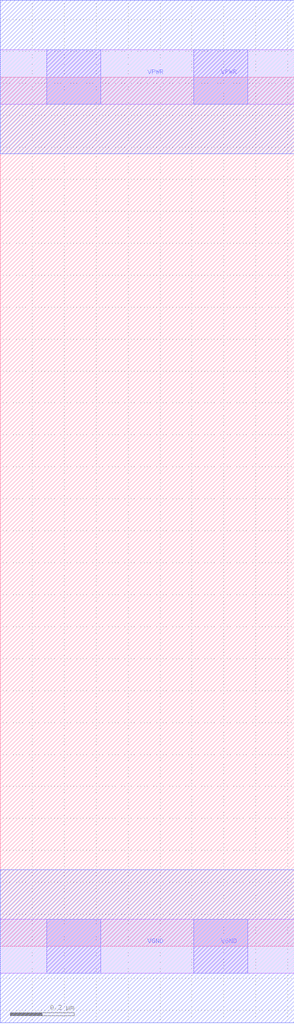
<source format=lef>
# Copyright 2020 The SkyWater PDK Authors
#
# Licensed under the Apache License, Version 2.0 (the "License");
# you may not use this file except in compliance with the License.
# You may obtain a copy of the License at
#
#     https://www.apache.org/licenses/LICENSE-2.0
#
# Unless required by applicable law or agreed to in writing, software
# distributed under the License is distributed on an "AS IS" BASIS,
# WITHOUT WARRANTIES OR CONDITIONS OF ANY KIND, either express or implied.
# See the License for the specific language governing permissions and
# limitations under the License.
#
# SPDX-License-Identifier: Apache-2.0

VERSION 5.7 ;
  NAMESCASESENSITIVE ON ;
  NOWIREEXTENSIONATPIN ON ;
  DIVIDERCHAR "/" ;
  BUSBITCHARS "[]" ;
UNITS
  DATABASE MICRONS 200 ;
END UNITS
MACRO sky130_fd_sc_hd__fill_2
  CLASS CORE ;
  SOURCE USER ;
  FOREIGN sky130_fd_sc_hd__fill_2 ;
  ORIGIN  0.000000  0.000000 ;
  SIZE  0.920000 BY  2.720000 ;
  SYMMETRY X Y R90 ;
  SITE unithd ;
  PIN VGND
    DIRECTION INOUT ;
    SHAPE ABUTMENT ;
    USE GROUND ;
    PORT
      LAYER li1 ;
        RECT 0.000000 -0.085000 0.920000 0.085000 ;
      LAYER mcon ;
        RECT 0.145000 -0.085000 0.315000 0.085000 ;
        RECT 0.605000 -0.085000 0.775000 0.085000 ;
      LAYER met1 ;
        RECT 0.000000 -0.240000 0.920000 0.240000 ;
    END
  END VGND
  PIN VPWR
    DIRECTION INOUT ;
    SHAPE ABUTMENT ;
    USE POWER ;
    PORT
      LAYER li1 ;
        RECT 0.000000 2.635000 0.920000 2.805000 ;
      LAYER mcon ;
        RECT 0.145000 2.635000 0.315000 2.805000 ;
        RECT 0.605000 2.635000 0.775000 2.805000 ;
      LAYER met1 ;
        RECT 0.000000 2.480000 0.920000 2.960000 ;
    END
  END VPWR
END sky130_fd_sc_hd__fill_2

</source>
